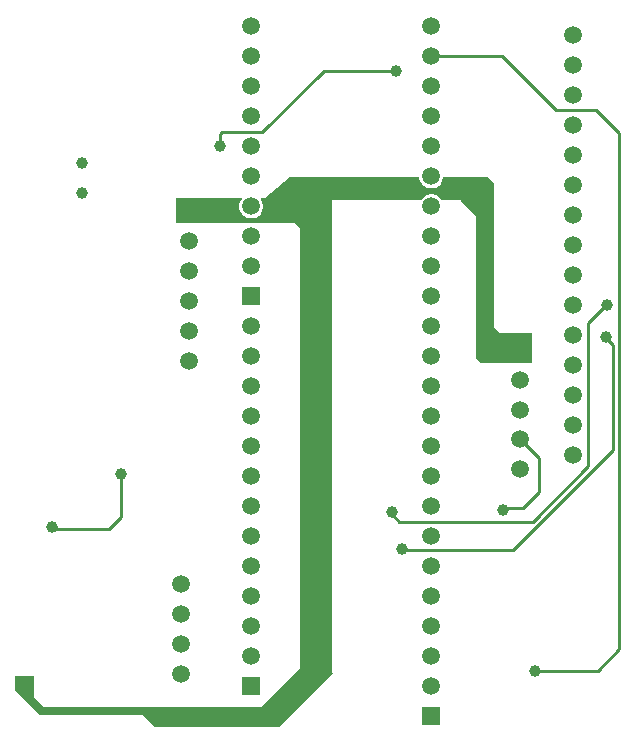
<source format=gbl>
G04*
G04 #@! TF.GenerationSoftware,Altium Limited,Altium Designer,24.7.2 (38)*
G04*
G04 Layer_Physical_Order=2*
G04 Layer_Color=16711680*
%FSLAX42Y42*%
%MOMM*%
G71*
G04*
G04 #@! TF.SameCoordinates,CE458257-ED55-464B-8F26-E5EFE0AAFCD9*
G04*
G04*
G04 #@! TF.FilePolarity,Positive*
G04*
G01*
G75*
%ADD10C,0.25*%
%ADD40C,1.52*%
%ADD41C,1.00*%
%ADD42R,1.52X1.52*%
%ADD44C,1.27*%
G36*
X10230Y8035D02*
X10280Y7985D01*
Y7840D01*
Y7760D01*
Y6770D01*
X10330Y6720D01*
X10600D01*
Y6468D01*
X10173D01*
X10130Y6500D01*
Y7710D01*
X10003Y7837D01*
X10003Y7840D01*
X9838D01*
X9831Y7852D01*
X9812Y7871D01*
X9789Y7885D01*
X9763Y7892D01*
X9737D01*
X9711Y7885D01*
X9688Y7871D01*
X9669Y7852D01*
X9662Y7840D01*
X8910D01*
X8910Y3848D01*
X8919Y3839D01*
X8459Y3380D01*
X7410D01*
X7310Y3480D01*
X6440D01*
X6227Y3693D01*
Y3817D01*
X6390Y3817D01*
Y3630D01*
X6470Y3550D01*
X8310D01*
X8640Y3880D01*
Y7610D01*
X8600Y7650D01*
X7590D01*
Y7860D01*
X8146D01*
X8148Y7855D01*
X8145Y7852D01*
X8131Y7829D01*
X8124Y7803D01*
Y7777D01*
X8131Y7751D01*
X8145Y7728D01*
X8164Y7709D01*
X8187Y7695D01*
X8213Y7688D01*
X8239D01*
X8265Y7695D01*
X8288Y7709D01*
X8307Y7728D01*
X8321Y7751D01*
X8328Y7777D01*
Y7803D01*
X8321Y7829D01*
X8307Y7852D01*
X8304Y7855D01*
X8306Y7860D01*
X8340D01*
X8550Y8036D01*
X9648D01*
Y8031D01*
X9655Y8005D01*
X9669Y7982D01*
X9688Y7963D01*
X9711Y7949D01*
X9737Y7942D01*
X9763D01*
X9789Y7949D01*
X9812Y7963D01*
X9831Y7982D01*
X9845Y8005D01*
X9852Y8031D01*
Y8036D01*
X10230D01*
Y8035D01*
D02*
G37*
D10*
X6540Y5060D02*
X7020D01*
X7120Y5160D01*
Y5520D01*
X10371Y5233D02*
X10523D01*
X10660Y5370D02*
Y5660D01*
X10523Y5233D02*
X10660Y5370D01*
X9421Y5174D02*
X9426D01*
X9480Y5120D02*
X10610D01*
X9426Y5174D02*
X9480Y5120D01*
X10360Y5222D02*
X10371Y5233D01*
X10610Y5120D02*
X11081Y5591D01*
X10500Y5820D02*
X10660Y5660D01*
X9508Y4882D02*
X10444D01*
X9421Y5174D02*
Y5200D01*
X10444Y4882D02*
X11289Y5727D01*
X11160Y3860D02*
X11342Y4042D01*
X11274Y8476D02*
X11342Y8408D01*
Y4042D02*
Y8408D01*
X7963Y8303D02*
Y8403D01*
X7960Y8300D02*
X7963Y8303D01*
X10630Y3860D02*
X11160D01*
X11240Y6664D02*
Y6680D01*
Y6664D02*
X11289Y6614D01*
Y5727D02*
Y6614D01*
X11145Y8605D02*
X11274Y8476D01*
X10806Y8605D02*
X11145D01*
X10790Y8620D02*
X10806Y8605D01*
X10350Y9060D02*
X10790Y8620D01*
X11274Y8476D02*
X11274D01*
X10340Y9060D02*
X10350Y9060D01*
X9750Y9060D02*
X10340Y9060D01*
X8320Y8420D02*
X8840Y8940D01*
X7980Y8420D02*
X8320D01*
X8840Y8940D02*
X9450D01*
X7963Y8403D02*
X7980Y8420D01*
X11081Y6801D02*
X11240Y6960D01*
X11081Y5591D02*
Y6801D01*
X9500Y4890D02*
X9508Y4882D01*
D40*
X10500Y6320D02*
D03*
Y6070D02*
D03*
Y5820D02*
D03*
Y5570D02*
D03*
Y6570D02*
D03*
X8226Y5250D02*
D03*
X7697Y7747D02*
D03*
Y7493D02*
D03*
Y7239D02*
D03*
Y6985D02*
D03*
Y6731D02*
D03*
Y6477D02*
D03*
X7634Y3829D02*
D03*
Y4083D02*
D03*
Y4337D02*
D03*
Y4591D02*
D03*
X8226Y3472D02*
D03*
Y3980D02*
D03*
Y4234D02*
D03*
Y4488D02*
D03*
Y4742D02*
D03*
Y4996D02*
D03*
Y5504D02*
D03*
Y5758D02*
D03*
Y6012D02*
D03*
Y6266D02*
D03*
Y6520D02*
D03*
Y6774D02*
D03*
Y7282D02*
D03*
Y7536D02*
D03*
Y7790D02*
D03*
Y8044D02*
D03*
Y8298D02*
D03*
Y8552D02*
D03*
Y8806D02*
D03*
Y9060D02*
D03*
Y9314D02*
D03*
X9750Y3726D02*
D03*
Y3980D02*
D03*
Y4234D02*
D03*
Y4488D02*
D03*
Y4742D02*
D03*
Y4996D02*
D03*
Y5250D02*
D03*
Y5504D02*
D03*
Y5758D02*
D03*
Y6012D02*
D03*
Y6266D02*
D03*
Y6520D02*
D03*
Y6774D02*
D03*
Y7028D02*
D03*
Y7282D02*
D03*
Y7536D02*
D03*
Y7790D02*
D03*
Y8044D02*
D03*
Y8298D02*
D03*
Y8552D02*
D03*
Y8806D02*
D03*
Y9060D02*
D03*
Y9314D02*
D03*
X10949Y5686D02*
D03*
Y5940D02*
D03*
Y6194D02*
D03*
Y6448D02*
D03*
Y6702D02*
D03*
Y6956D02*
D03*
Y7210D02*
D03*
Y7464D02*
D03*
Y7718D02*
D03*
Y7972D02*
D03*
Y8226D02*
D03*
Y8480D02*
D03*
Y8734D02*
D03*
Y8988D02*
D03*
Y9242D02*
D03*
D41*
X6790Y7900D02*
D03*
Y8154D02*
D03*
X10630Y3860D02*
D03*
X7961Y8300D02*
D03*
X9450Y8940D02*
D03*
X6540Y5074D02*
D03*
X7120Y5520D02*
D03*
X10360Y5222D02*
D03*
X11238Y6958D02*
D03*
X11226Y6680D02*
D03*
X9500Y4890D02*
D03*
X9421Y5200D02*
D03*
D42*
X8226Y7028D02*
D03*
X9750Y3472D02*
D03*
X8226Y3726D02*
D03*
D44*
X6310Y3730D02*
D03*
M02*

</source>
